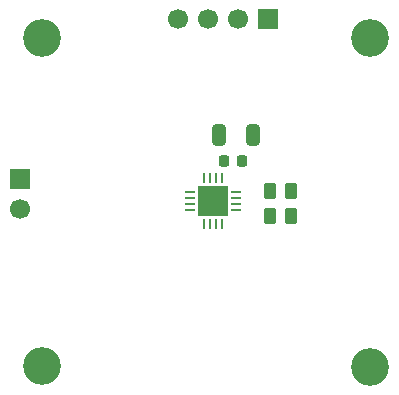
<source format=gbr>
%TF.GenerationSoftware,KiCad,Pcbnew,9.0.3-9.0.3-0~ubuntu24.04.1*%
%TF.CreationDate,2025-12-01T14:44:41+02:00*%
%TF.ProjectId,Induction_Meassure,496e6475-6374-4696-9f6e-5f4d65617373,rev?*%
%TF.SameCoordinates,Original*%
%TF.FileFunction,Soldermask,Top*%
%TF.FilePolarity,Negative*%
%FSLAX46Y46*%
G04 Gerber Fmt 4.6, Leading zero omitted, Abs format (unit mm)*
G04 Created by KiCad (PCBNEW 9.0.3-9.0.3-0~ubuntu24.04.1) date 2025-12-01 14:44:41*
%MOMM*%
%LPD*%
G01*
G04 APERTURE LIST*
G04 Aperture macros list*
%AMRoundRect*
0 Rectangle with rounded corners*
0 $1 Rounding radius*
0 $2 $3 $4 $5 $6 $7 $8 $9 X,Y pos of 4 corners*
0 Add a 4 corners polygon primitive as box body*
4,1,4,$2,$3,$4,$5,$6,$7,$8,$9,$2,$3,0*
0 Add four circle primitives for the rounded corners*
1,1,$1+$1,$2,$3*
1,1,$1+$1,$4,$5*
1,1,$1+$1,$6,$7*
1,1,$1+$1,$8,$9*
0 Add four rect primitives between the rounded corners*
20,1,$1+$1,$2,$3,$4,$5,0*
20,1,$1+$1,$4,$5,$6,$7,0*
20,1,$1+$1,$6,$7,$8,$9,0*
20,1,$1+$1,$8,$9,$2,$3,0*%
G04 Aperture macros list end*
%ADD10RoundRect,0.062500X0.375000X0.062500X-0.375000X0.062500X-0.375000X-0.062500X0.375000X-0.062500X0*%
%ADD11RoundRect,0.062500X0.062500X0.375000X-0.062500X0.375000X-0.062500X-0.375000X0.062500X-0.375000X0*%
%ADD12R,2.600000X2.600000*%
%ADD13RoundRect,0.250000X0.262500X0.450000X-0.262500X0.450000X-0.262500X-0.450000X0.262500X-0.450000X0*%
%ADD14C,3.200000*%
%ADD15R,1.700000X1.700000*%
%ADD16C,1.700000*%
%ADD17RoundRect,0.225000X0.225000X0.250000X-0.225000X0.250000X-0.225000X-0.250000X0.225000X-0.250000X0*%
%ADD18RoundRect,0.250000X-0.325000X-0.650000X0.325000X-0.650000X0.325000X0.650000X-0.325000X0.650000X0*%
G04 APERTURE END LIST*
D10*
%TO.C,U1*%
X171187500Y-81550000D03*
X171187500Y-81050000D03*
X171187500Y-80550000D03*
X171187500Y-80050000D03*
D11*
X170000000Y-78862500D03*
X169500000Y-78862500D03*
X169000000Y-78862500D03*
X168500000Y-78862500D03*
D10*
X167312500Y-80050000D03*
X167312500Y-80550000D03*
X167312500Y-81050000D03*
X167312500Y-81550000D03*
D11*
X168500000Y-82737500D03*
X169000000Y-82737500D03*
X169500000Y-82737500D03*
X170000000Y-82737500D03*
D12*
X169250000Y-80800000D03*
%TD*%
D13*
%TO.C,R1*%
X175912500Y-79900000D03*
X174087500Y-79900000D03*
%TD*%
%TO.C,R2*%
X175900000Y-82000000D03*
X174075000Y-82000000D03*
%TD*%
D14*
%TO.C,H3*%
X182600000Y-67000000D03*
%TD*%
%TO.C,H1*%
X182600000Y-94800000D03*
%TD*%
%TO.C,H4*%
X154800000Y-67000000D03*
%TD*%
%TO.C,H2*%
X154800000Y-94700000D03*
%TD*%
D15*
%TO.C,J2*%
X152900000Y-78900000D03*
D16*
X152900000Y-81440000D03*
%TD*%
D17*
%TO.C,C1*%
X171750000Y-77400000D03*
X170200000Y-77400000D03*
%TD*%
D18*
%TO.C,C2*%
X169750000Y-75200000D03*
X172700000Y-75200000D03*
%TD*%
D15*
%TO.C,J1*%
X173900000Y-65400000D03*
D16*
X171360000Y-65400000D03*
X168820000Y-65400000D03*
X166280000Y-65400000D03*
%TD*%
M02*

</source>
